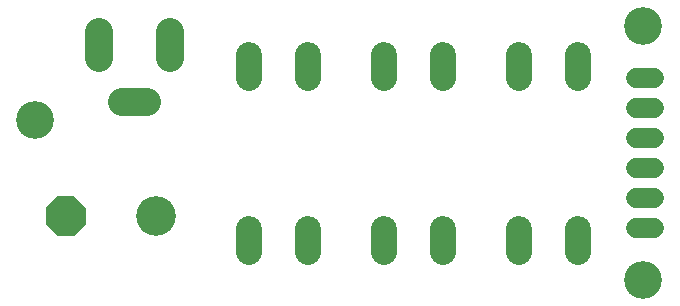
<source format=gbr>
G04 EAGLE Gerber RS-274X export*
G75*
%MOMM*%
%FSLAX34Y34*%
%LPD*%
%INSoldermask Top*%
%IPPOS*%
%AMOC8*
5,1,8,0,0,1.08239X$1,22.5*%
G01*
%ADD10C,3.203200*%
%ADD11P,3.629037X8X202.500000*%
%ADD12C,3.352800*%
%ADD13C,2.387600*%
%ADD14C,2.184400*%
%ADD15C,1.727200*%


D10*
X25000Y165100D03*
X540000Y245000D03*
X540000Y30000D03*
D11*
X50800Y83820D03*
D12*
X127000Y83820D03*
D13*
X120142Y180600D02*
X98298Y180600D01*
X79220Y217678D02*
X79220Y239522D01*
X139220Y239522D02*
X139220Y217678D01*
D14*
X256286Y73406D02*
X256286Y53594D01*
X206248Y53594D02*
X206248Y73406D01*
X370586Y73406D02*
X370586Y53594D01*
X320548Y53594D02*
X320548Y73406D01*
X484886Y73406D02*
X484886Y53594D01*
X434848Y53594D02*
X434848Y73406D01*
X205994Y200914D02*
X205994Y220726D01*
X256032Y220726D02*
X256032Y200914D01*
X320294Y200914D02*
X320294Y220726D01*
X370332Y220726D02*
X370332Y200914D01*
X434594Y200914D02*
X434594Y220726D01*
X484632Y220726D02*
X484632Y200914D01*
D15*
X533400Y73660D02*
X548640Y73660D01*
X548640Y99060D02*
X533400Y99060D01*
X533400Y124460D02*
X548640Y124460D01*
X548640Y149860D02*
X533400Y149860D01*
X533400Y175260D02*
X548640Y175260D01*
X548640Y200660D02*
X533400Y200660D01*
M02*

</source>
